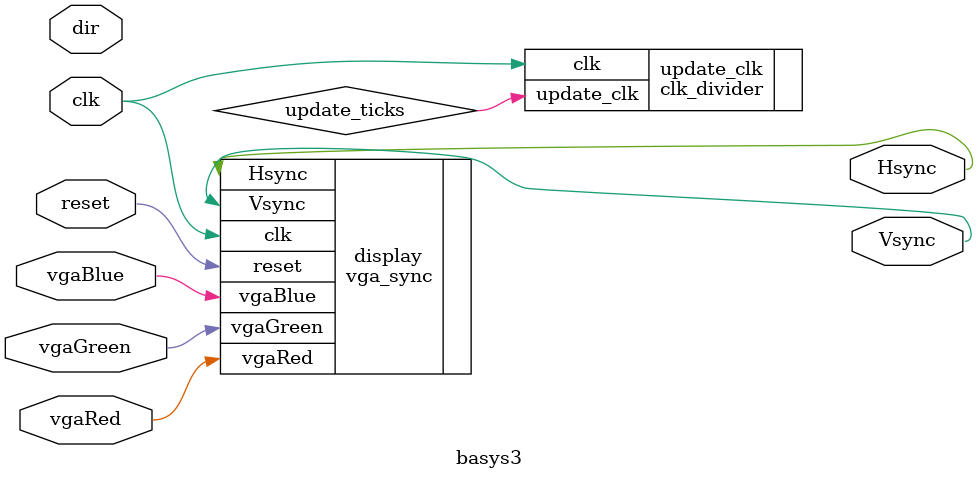
<source format=v>
`timescale 1ns / 1ps


module basys3(
    input clk,
    input reset,
    input [3:0] dir,
    output Hsync,
    output Vsync,
    input vgaRed,
    input vgaGreen,
    input vgaBlue
    );
    
    wire update_ticks;
    
    vga_sync display
        (
            .clk(clk), .reset(reset),
            .Hsync(Hsync), .Vsync(Vsync),
            .vgaRed(vgaRed),
            .vgaGreen(vgaGreen),
            .vgaBlue(vgaBlue)
        );
        
    clk_divider update_clk(
        .clk(clk),
        .update_clk(update_ticks)
    );
endmodule

</source>
